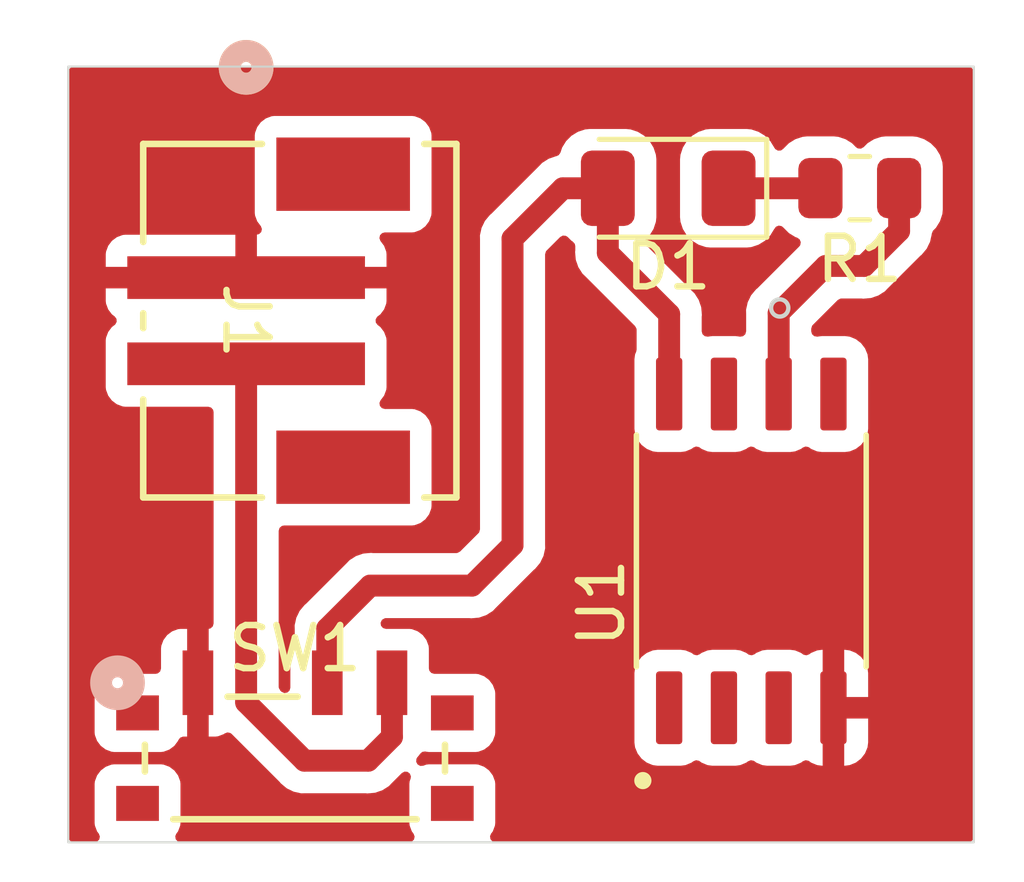
<source format=kicad_pcb>
(kicad_pcb (version 20221018) (generator pcbnew)
  (layers (0 "F.Cu" signal) (31 "B.Cu" signal) (44 "Edge.Cuts" user))
  (net 0 "")
  (net 1 "Net-(D1-K)")
  (net 2 "/vcc")
  (net 3 "/GND")
  (net 4 "/LED")
  (net 10 "/vin")
  (footprint "LED_SMD:LED_1206_3216Metric" (layer "F.Cu") (at 120.015 59.6848 180)
    (fp_text reference "D1" (at 0 -1.82) (layer "F.SilkS"))
    (fp_text value "LED")
    (fp_line (start -2.285 -1.135) (end -2.285 1.135) (stroke (width 0.12)) (layer "F.SilkS"))
    (fp_line (start -2.285 1.135) (end 1.6 1.135) (stroke (width 0.12)) (layer "F.SilkS"))
    (fp_line (start 1.6 -1.135) (end -2.285 -1.135) (stroke (width 0.12)) (layer "F.SilkS"))
    (pad "1" smd roundrect (at -1.4 0 180) (size 1.25 1.75) (layers "F.Cu" "F.Paste" "F.Mask") (roundrect_rratio 0.2) (net 1 "Net-(D1-K)"))
    (pad "2" smd roundrect (at 1.4 0 180) (size 1.25 1.75) (layers "F.Cu" "F.Paste" "F.Mask") (roundrect_rratio 0.2) (net 2 "/vcc"))
  )
  (footprint "Library:SOIC127P794X202-8N" (layer "F.Cu") (at 121.9424 68.1 90)
    (fp_text reference "U1" (at -1.205 -3.477 90) (layer "F.SilkS"))
    (fp_text value "ATTINY45-20SU")
    (fp_line (start -2.69 -2.665) (end 2.69 -2.665) (stroke (width 0.127)) (layer "F.SilkS"))
    (fp_line (start -2.69 2.665) (end 2.69 2.665) (stroke (width 0.127)) (layer "F.SilkS"))
    (fp_circle (center -5.33 -2.515) (end -5.23 -2.515) (stroke (width 0.2)) (fill none) (layer "F.SilkS"))
    (pad "1" smd roundrect (at -3.64 -1.905 90) (size 1.69 0.61) (layers "F.Cu" "F.Paste" "F.Mask") (roundrect_rratio 0.125))
    (pad "2" smd roundrect (at -3.64 -0.635 90) (size 1.69 0.61) (layers "F.Cu" "F.Paste" "F.Mask") (roundrect_rratio 0.125))
    (pad "3" smd roundrect (at -3.64 0.635 90) (size 1.69 0.61) (layers "F.Cu" "F.Paste" "F.Mask") (roundrect_rratio 0.125))
    (pad "4" smd roundrect (at -3.64 1.905 90) (size 1.69 0.61) (layers "F.Cu" "F.Paste" "F.Mask") (roundrect_rratio 0.125) (net 3 "/GND"))
    (pad "5" smd roundrect (at 3.64 1.905 90) (size 1.69 0.61) (layers "F.Cu" "F.Paste" "F.Mask") (roundrect_rratio 0.125))
    (pad "6" smd roundrect (at 3.64 0.635 90) (size 1.69 0.61) (layers "F.Cu" "F.Paste" "F.Mask") (roundrect_rratio 0.125) (net 4 "/LED"))
    (pad "7" smd roundrect (at 3.64 -0.635 90) (size 1.69 0.61) (layers "F.Cu" "F.Paste" "F.Mask") (roundrect_rratio 0.125))
    (pad "8" smd roundrect (at 3.64 -1.905 90) (size 1.69 0.61) (layers "F.Cu" "F.Paste" "F.Mask") (roundrect_rratio 0.125) (net 2 "/vcc"))
  )
  (footprint "Resistor_SMD:R_0805_2012Metric" (layer "F.Cu") (at 124.4581 59.6818 180)
    (fp_text reference "R1" (at 0 -1.65) (layer "F.SilkS"))
    (fp_text value "R")
    (fp_line (start -0.227064 -0.735) (end 0.227064 -0.735) (stroke (width 0.12)) (layer "F.SilkS"))
    (fp_line (start -0.227064 0.735) (end 0.227064 0.735) (stroke (width 0.12)) (layer "F.SilkS"))
    (pad "1" smd roundrect (at -0.9125 0 180) (size 1.025 1.4) (layers "F.Cu" "F.Paste" "F.Mask") (roundrect_rratio 0.243902439) (net 4 "/LED"))
    (pad "2" smd roundrect (at 0.9125 0 180) (size 1.025 1.4) (layers "F.Cu" "F.Paste" "F.Mask") (roundrect_rratio 0.243902439) (net 1 "Net-(D1-K)"))
  )
  (footprint "esp_lib:B2B-PH-SM4-TBLFSN_JST" (layer "F.Cu") (at 111.471351 62.7582 -90)
    (fp_text reference "J1" (at 0 1.244801 -90 unlocked) (layer "F.SilkS"))
    (fp_text value "B2B-PH-SM4-TBLFSN" hide)
    (fp_circle (center -5.8801 1.244801) (end -5.4991 1.244801) (stroke (width 0.508)) (fill none) (layer "B.SilkS"))
    (fp_line (start -4.1021 -3.6322) (end -4.1021 -2.88734) (stroke (width 0.1524)) (layer "F.SilkS"))
    (fp_line (start -4.1021 0.87694) (end -4.1021 3.6322) (stroke (width 0.1524)) (layer "F.SilkS"))
    (fp_line (start -4.1021 3.6322) (end -1.828041 3.6322) (stroke (width 0.1524)) (layer "F.SilkS"))
    (fp_line (start -0.171961 3.6322) (end 0.171961 3.6322) (stroke (width 0.1524)) (layer "F.SilkS"))
    (fp_line (start 1.828041 3.6322) (end 4.1021 3.6322) (stroke (width 0.1524)) (layer "F.SilkS"))
    (fp_line (start 4.1021 -3.6322) (end -4.1021 -3.6322) (stroke (width 0.1524)) (layer "F.SilkS"))
    (fp_line (start 4.1021 -2.88734) (end 4.1021 -3.6322) (stroke (width 0.1524)) (layer "F.SilkS"))
    (fp_line (start 4.1021 3.6322) (end 4.1021 0.87694) (stroke (width 0.1524)) (layer "F.SilkS"))
    (fp_circle (center -5.8801 1.244801) (end -5.4991 1.244801) (stroke (width 0.508)) (fill none) (layer "F.SilkS"))
    (pad "1" smd rect (at -1.000001 1.244801 270) (size 0.9906 5.5118) (layers "F.Cu" "F.Paste" "F.Mask") (net 3 "/GND"))
    (pad "2" smd rect (at 1.000001 1.244801 270) (size 0.9906 5.5118) (layers "F.Cu" "F.Paste" "F.Mask") (net 10 "/vin"))
    (pad "3" smd rect (at -3.399998 -1.0052) (size 3.0988 1.7018) (layers "F.Cu" "F.Paste" "F.Mask"))
    (pad "4" smd rect (at 3.399998 -1.0052) (size 3.0988 1.7018) (layers "F.Cu" "F.Paste" "F.Mask"))
  )
  (footprint "Library:CUS-12TB_NDC" (layer "F.Cu") (at 111.35822 72.905001)
    (fp_text reference "SW1" (at 0 -2.54 unlocked) (layer "F.SilkS"))
    (fp_text value "CUS-12TB" hide)
    (fp_circle (center -4.1148 -1.7454) (end -3.7338 -1.7454) (stroke (width 0.508)) (fill none) (layer "B.SilkS"))
    (fp_line (start -3.4798 0.315459) (end -3.4798 -0.306259) (stroke (width 0.1524)) (layer "F.SilkS"))
    (fp_line (start -1.561663 -1.4224) (end 0.06166 -1.4224) (stroke (width 0.1524)) (layer "F.SilkS"))
    (fp_line (start 2.82194 1.422399) (end -2.82194 1.422399) (stroke (width 0.1524)) (layer "F.SilkS"))
    (fp_line (start 3.4798 -0.306259) (end 3.4798 0.315459) (stroke (width 0.1524)) (layer "F.SilkS"))
    (pad "1" smd rect (at -2.250003 -1.7454) (size 0.7112 1.4986) (layers "F.Cu" "F.Paste" "F.Mask") (net 3 "/GND"))
    (pad "2" smd rect (at 0.75 -1.7454) (size 0.7112 1.4986) (layers "F.Cu" "F.Paste" "F.Mask") (net 2 "/vcc"))
    (pad "3" smd rect (at 2.25 -1.7454) (size 0.7112 1.4986) (layers "F.Cu" "F.Paste" "F.Mask") (net 10 "/vin"))
    (pad "4" smd rect (at -3.65 -1.045399) (size 0.9906 0.8128) (layers "F.Cu" "F.Paste" "F.Mask"))
    (pad "5" smd rect (at 3.65 -1.045399) (size 0.9906 0.8128) (layers "F.Cu" "F.Paste" "F.Mask"))
    (pad "6" smd rect (at -3.64998 1.054599) (size 0.9906 0.8128) (layers "F.Cu" "F.Paste" "F.Mask"))
    (pad "7" smd rect (at 3.64998 1.054599) (size 0.9906 0.8128) (layers "F.Cu" "F.Paste" "F.Mask"))
  )
  (gr_poly (pts (xy 122.8016 62.4622) (xy 122.800838 62.479631) (xy 122.798561 62.496929) (xy 122.794785 62.513963) (xy 122.789538 62.530604) (xy 122.782861 62.546723) (xy 122.774805 62.562199) (xy 122.76543 62.576915) (xy 122.754808 62.590757) (xy 122.743021 62.603621) (xy 122.730157 62.615408) (xy 122.716315 62.62603) (xy 122.7016 62.635405) (xy 122.686123 62.643461) (xy 122.670004 62.650138) (xy 122.653363 62.655385) (xy 122.636329 62.659161) (xy 122.619031 62.661438) (xy 122.6016 62.6622) (xy 122.584169 62.661438) (xy 122.566871 62.659161) (xy 122.549837 62.655385) (xy 122.533196 62.650138) (xy 122.517077 62.643461) (xy 122.501601 62.635405) (xy 122.486885 62.62603) (xy 122.473043 62.615408) (xy 122.460179 62.603621) (xy 122.448392 62.590757) (xy 122.43777 62.576915) (xy 122.428395 62.562199) (xy 122.420339 62.546723) (xy 122.413662 62.530604) (xy 122.408415 62.513963) (xy 122.404639 62.496929) (xy 122.402362 62.479631) (xy 122.4016 62.4622) (xy 122.402362 62.444769) (xy 122.404639 62.427471) (xy 122.408415 62.410437) (xy 122.413662 62.393796) (xy 122.420339 62.377677) (xy 122.428395 62.3622) (xy 122.43777 62.347485) (xy 122.448392 62.333643) (xy 122.460179 62.320779) (xy 122.473043 62.308992) (xy 122.486885 62.29837) (xy 122.5016 62.288995) (xy 122.517077 62.280939) (xy 122.533196 62.274262) (xy 122.549837 62.269015) (xy 122.566871 62.265239) (xy 122.584169 62.262962) (xy 122.6016 62.2622) (xy 122.619031 62.262962) (xy 122.636329 62.265239) (xy 122.653363 62.269015) (xy 122.670004 62.274262) (xy 122.686123 62.280939) (xy 122.7016 62.288995) (xy 122.716315 62.29837) (xy 122.730157 62.308992) (xy 122.743021 62.320779) (xy 122.754808 62.333643) (xy 122.76543 62.347485) (xy 122.774805 62.3622) (xy 122.782861 62.377677) (xy 122.789538 62.393796) (xy 122.794785 62.410437) (xy 122.798561 62.427471) (xy 122.800838 62.444769)) (stroke (width 0.1)) (fill none) (layer "Edge.Cuts"))
  (gr_rect (start 106.1016 56.8622) (end 127.1016 74.8622) (stroke (width 0.05)) (fill none) (layer "Edge.Cuts"))
  (segment (start 123.5426 59.6848) (end 123.5456 59.6818) (width 0.508) (layer "F.Cu") (net 1))
  (segment (start 121.415 59.6848) (end 123.5426 59.6848) (width 0.508) (layer "F.Cu") (net 1))
  (segment (start 112.10822 69.902301) (end 113.105521 68.905) (width 0.508) (layer "F.Cu") (net 2))
  (segment (start 116.4052 67.9652) (end 116.4052 60.8532) (width 0.508) (layer "F.Cu") (net 2))
  (segment (start 120.0374 62.6058) (end 120.0374 64.46) (width 0.508) (layer "F.Cu") (net 2))
  (segment (start 115.4654 68.905) (end 116.4052 67.9652) (width 0.508) (layer "F.Cu") (net 2))
  (segment (start 112.10822 71.159601) (end 112.10822 69.902301) (width 0.508) (layer "F.Cu") (net 2))
  (segment (start 113.105521 68.905) (end 115.4654 68.905) (width 0.508) (layer "F.Cu") (net 2))
  (segment (start 117.5736 59.6848) (end 118.615 59.6848) (width 0.508) (layer "F.Cu") (net 2))
  (segment (start 118.615 61.1834) (end 120.0374 62.6058) (width 0.508) (layer "F.Cu") (net 2))
  (segment (start 116.4052 60.8532) (end 117.5736 59.6848) (width 0.508) (layer "F.Cu") (net 2))
  (segment (start 118.615 59.6848) (end 118.615 61.1834) (width 0.508) (layer "F.Cu") (net 2))
  (segment (start 125.3706 59.6818) (end 125.3706 60.6762) (width 0.508) (layer "F.Cu") (net 4))
  (segment (start 123.6696 61.4882) (end 122.5774 62.5804) (width 0.508) (layer "F.Cu") (net 4))
  (segment (start 125.3706 60.6762) (end 124.5586 61.4882) (width 0.508) (layer "F.Cu") (net 4))
  (segment (start 122.5774 62.5804) (end 122.5774 64.46) (width 0.508) (layer "F.Cu") (net 4))
  (segment (start 124.5586 61.4882) (end 123.6696 61.4882) (width 0.508) (layer "F.Cu") (net 4))
  (segment (start 111.5792 72.969) (end 113.056121 72.969) (width 0.508) (layer "F.Cu") (net 10))
  (segment (start 110.22655 63.758201) (end 110.22655 71.61635) (width 0.508) (layer "F.Cu") (net 10))
  (segment (start 113.056121 72.969) (end 113.60822 72.416901) (width 0.508) (layer "F.Cu") (net 10))
  (segment (start 110.22655 71.61635) (end 111.5792 72.969) (width 0.508) (layer "F.Cu") (net 10))
  (segment (start 113.60822 72.416901) (end 113.60822 71.159601) (width 0.508) (layer "F.Cu") (net 10))
  (zone (net 3) (net_name "/GND") (layer "F.Cu") (connect_pads (clearance 0.5)) (min_thickness 0.25) (fill yes (thermal_gap 0.5) (thermal_bridge_width 0.5))
    (polygon (pts (xy 104.518 55.316) (xy 128.2162 55.3414) (xy 128.267 75.763) (xy 104.7212 75.7884)))
  )
)
</source>
